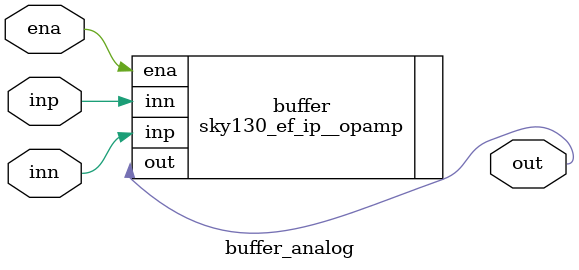
<source format=v>

/*
 * I/O mapping for analog
 *
 * mprj_io[37]  io_in/out/oeb/in_3v3[26]  ---                    ---
 * mprj_io[36]  io_in/out/oeb/in_3v3[25]  ---                    ---
 * mprj_io[35]  io_in/out/oeb/in_3v3[24]  gpio_analog/noesd[17]  ---
 * mprj_io[34]  io_in/out/oeb/in_3v3[23]  gpio_analog/noesd[16]  ---
 * mprj_io[33]  io_in/out/oeb/in_3v3[22]  gpio_analog/noesd[15]  ---
 * mprj_io[32]  io_in/out/oeb/in_3v3[21]  gpio_analog/noesd[14]  ---
 * mprj_io[31]  io_in/out/oeb/in_3v3[20]  gpio_analog/noesd[13]  ---
 * mprj_io[30]  io_in/out/oeb/in_3v3[19]  gpio_analog/noesd[12]  ---
 * mprj_io[29]  io_in/out/oeb/in_3v3[18]  gpio_analog/noesd[11]  ---
 * mprj_io[28]  io_in/out/oeb/in_3v3[17]  gpio_analog/noesd[10]  ---
 * mprj_io[27]  io_in/out/oeb/in_3v3[16]  gpio_analog/noesd[9]   ---
 * mprj_io[26]  io_in/out/oeb/in_3v3[15]  gpio_analog/noesd[8]   ---
 * mprj_io[25]  io_in/out/oeb/in_3v3[14]  gpio_analog/noesd[7]   ---
 * mprj_io[24]  ---                       ---                    user_analog[10]
 * mprj_io[23]  ---                       ---                    user_analog[9]
 * mprj_io[22]  ---                       ---                    user_analog[8]
 * mprj_io[21]  ---                       ---                    user_analog[7]
 * mprj_io[20]  ---                       ---                    user_analog[6]  clamp[2]
 * mprj_io[19]  ---                       ---                    user_analog[5]  clamp[1]
 * mprj_io[18]  ---                       ---                    user_analog[4]  clamp[0]
 * mprj_io[17]  ---                       ---                    user_analog[3]
 * mprj_io[16]  ---                       ---                    user_analog[2]
 * mprj_io[15]  ---                       ---                    user_analog[1]
 * mprj_io[14]  ---                       ---                    user_analog[0]
 * mprj_io[13]  io_in/out/oeb/in_3v3[13]  gpio_analog/noesd[6]   ---
 * mprj_io[12]  io_in/out/oeb/in_3v3[12]  gpio_analog/noesd[5]   ---
 * mprj_io[11]  io_in/out/oeb/in_3v3[11]  gpio_analog/noesd[4]   ---
 * mprj_io[10]  io_in/out/oeb/in_3v3[10]  gpio_analog/noesd[3]   ---
 * mprj_io[9]   io_in/out/oeb/in_3v3[9]   gpio_analog/noesd[2]   ---
 * mprj_io[8]   io_in/out/oeb/in_3v3[8]   gpio_analog/noesd[1]   ---
 * mprj_io[7]   io_in/out/oeb/in_3v3[7]   gpio_analog/noesd[0]   ---
 * mprj_io[6]   io_in/out/oeb/in_3v3[6]   ---                    ---
 * mprj_io[5]   io_in/out/oeb/in_3v3[5]   ---                    ---
 * mprj_io[4]   io_in/out/oeb/in_3v3[4]   ---                    ---
 * mprj_io[3]   io_in/out/oeb/in_3v3[3]   ---                    ---
 * mprj_io[2]   io_in/out/oeb/in_3v3[2]   ---                    ---
 * mprj_io[1]   io_in/out/oeb/in_3v3[1]   ---                    ---
 * mprj_io[0]   io_in/out/oeb/in_3v3[0]   ---                    ---
 *
 */

/*
 *----------------------------------------------------------------
 *
 * user_analog_proj_example
 *
 * This is an example of a (trivially simple) analog user project,
 * showing how the user project can connect to the I/O pads, both
 * the digital pads, the analog connection on the digital pads,
 * and the dedicated analog pins used as an additional power supply
 * input, with a connected ESD clamp.
 *
 * See the testbench in directory "mprj_por" for the example
 * program that drives this user project.
 *
 *----------------------------------------------------------------
 */
`default_nettype wire
`include "sky130_ef_ip__opamp.v"

/// sta-blackbox
module buffer_analog #(parameter FUNCTIONAL = 1)(
`ifdef USE_POWER_PINS
   inout       vccd1,
   inout       vssd1,
`endif
   input  wire inn,
   input  wire inp,
   input  wire ena,
   output wire out
);   


sky130_ef_ip__opamp buffer (
    `ifdef USE_POWER_PINS
        .vss(vccd1),
        .vss(vssd1),
    `endif
    .inp(inn),
    .inn(inp),
    .ena(ena),
    .out(out)
);

endmodule


</source>
